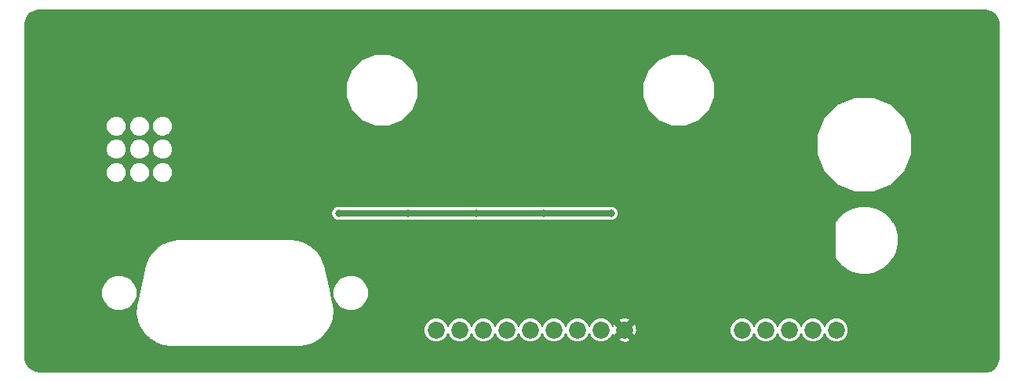
<source format=gtl>
G04 #@! TF.GenerationSoftware,KiCad,Pcbnew,5.0.2-bee76a0~70~ubuntu16.04.1*
G04 #@! TF.CreationDate,2019-12-01T15:03:48-08:00*
G04 #@! TF.ProjectId,endcap,656e6463-6170-42e6-9b69-6361645f7063,2.0*
G04 #@! TF.SameCoordinates,PX2faf080PY2faf080*
G04 #@! TF.FileFunction,Copper,L1,Top*
G04 #@! TF.FilePolarity,Positive*
%FSLAX46Y46*%
G04 Gerber Fmt 4.6, Leading zero omitted, Abs format (unit mm)*
G04 Created by KiCad (PCBNEW 5.0.2-bee76a0~70~ubuntu16.04.1) date Sun 01 Dec 2019 03:03:48 PM PST*
%MOMM*%
%LPD*%
G01*
G04 APERTURE LIST*
G04 #@! TA.AperFunction,ComponentPad*
%ADD10C,1.850000*%
G04 #@! TD*
G04 #@! TA.AperFunction,ComponentPad*
%ADD11C,4.900000*%
G04 #@! TD*
G04 #@! TA.AperFunction,ViaPad*
%ADD12C,0.800000*%
G04 #@! TD*
G04 #@! TA.AperFunction,Conductor*
%ADD13C,0.700000*%
G04 #@! TD*
G04 #@! TA.AperFunction,Conductor*
%ADD14C,0.200000*%
G04 #@! TD*
G04 APERTURE END LIST*
D10*
G04 #@! TO.P,ACC1,1*
G04 #@! TO.N,VSUP*
X44800000Y-35000000D03*
G04 #@! TO.P,ACC1,2*
G04 #@! TO.N,Net-(ACC1-Pad2)*
X47340000Y-35000000D03*
G04 #@! TO.P,ACC1,3*
G04 #@! TO.N,Net-(ACC1-Pad3)*
X49880000Y-35000000D03*
G04 #@! TO.P,ACC1,4*
G04 #@! TO.N,Net-(ACC1-Pad4)*
X52420000Y-35000000D03*
G04 #@! TO.P,ACC1,5*
G04 #@! TO.N,Net-(ACC1-Pad5)*
X54960000Y-35000000D03*
G04 #@! TO.P,ACC1,6*
G04 #@! TO.N,Net-(ACC1-Pad6)*
X57500000Y-35000000D03*
G04 #@! TO.P,ACC1,7*
G04 #@! TO.N,Net-(ACC1-Pad7)*
X60040000Y-35000000D03*
G04 #@! TO.P,ACC1,8*
G04 #@! TO.N,Net-(ACC1-Pad8)*
X62580000Y-35000000D03*
G04 #@! TO.P,ACC1,9*
G04 #@! TO.N,GNDS*
X65120000Y-35000000D03*
G04 #@! TD*
D11*
G04 #@! TO.P,MH1,1*
G04 #@! TO.N,GNDS*
X4000000Y-4000000D03*
G04 #@! TD*
G04 #@! TO.P,MH2,1*
G04 #@! TO.N,GNDS*
X102000000Y-4000000D03*
G04 #@! TD*
G04 #@! TO.P,MH3,1*
G04 #@! TO.N,GNDS*
X102000000Y-36000000D03*
G04 #@! TD*
G04 #@! TO.P,MH4,1*
G04 #@! TO.N,GNDS*
X4000000Y-36000000D03*
G04 #@! TD*
D10*
G04 #@! TO.P,ISO1,1*
G04 #@! TO.N,Net-(FB1-Pad1)*
X77820000Y-35000000D03*
G04 #@! TO.P,ISO1,2*
G04 #@! TO.N,Net-(ISO1-Pad2)*
X80360000Y-35000000D03*
G04 #@! TO.P,ISO1,3*
G04 #@! TO.N,Net-(C1-Pad2)*
X82900000Y-35000000D03*
G04 #@! TO.P,ISO1,4*
G04 #@! TO.N,Net-(ISO1-Pad4)*
X85440000Y-35000000D03*
G04 #@! TO.P,ISO1,5*
G04 #@! TO.N,Net-(ISO1-Pad5)*
X87980000Y-35000000D03*
G04 #@! TD*
D12*
G04 #@! TO.N,GNDS*
X42400000Y-17500000D03*
X49700000Y-19200000D03*
X57000000Y-19200000D03*
X64300000Y-19200000D03*
X71600000Y-19200000D03*
X33200000Y-13300000D03*
X23900000Y-10900000D03*
X23900000Y-20100000D03*
X82800000Y-19300000D03*
X65700000Y-11600000D03*
X58800000Y-9000000D03*
X61300000Y-9000000D03*
X73000000Y-30800000D03*
X40300000Y-35100000D03*
G04 #@! TO.N,Vlvds*
X49100000Y-22400000D03*
X56400000Y-22400000D03*
X63700000Y-22400000D03*
X41800000Y-22400000D03*
X34300000Y-22400000D03*
G04 #@! TD*
D13*
G04 #@! TO.N,Vlvds*
X49100000Y-22400000D02*
X41800000Y-22400000D01*
X41800000Y-22400000D02*
X34900000Y-22400000D01*
X34300000Y-22400000D02*
X34900000Y-22400000D01*
X49100000Y-22400000D02*
X56400000Y-22400000D01*
X56400000Y-22400000D02*
X63700000Y-22400000D01*
G04 #@! TD*
D14*
G04 #@! TO.N,GNDS*
G36*
X104426658Y-540949D02*
X104819014Y-719342D01*
X105145532Y-1000688D01*
X105379961Y-1362368D01*
X105508162Y-1791043D01*
X105525000Y-2017626D01*
X105525001Y-37966151D01*
X105459052Y-38426656D01*
X105280658Y-38819015D01*
X104999312Y-39145532D01*
X104637631Y-39379962D01*
X104208957Y-39508162D01*
X103982374Y-39525000D01*
X2033842Y-39525000D01*
X1573344Y-39459052D01*
X1180985Y-39280658D01*
X854468Y-38999312D01*
X620038Y-38637631D01*
X491838Y-38208957D01*
X475000Y-37982374D01*
X475000Y-33190553D01*
X12420839Y-33190553D01*
X12426264Y-33240481D01*
X12426265Y-33240498D01*
X12426267Y-33240505D01*
X12544447Y-33954377D01*
X12550791Y-33977099D01*
X12554562Y-34000382D01*
X12570583Y-34047984D01*
X12570586Y-34047996D01*
X12570587Y-34047997D01*
X12839308Y-34719846D01*
X12850379Y-34740667D01*
X12859064Y-34762604D01*
X12884935Y-34805659D01*
X12884940Y-34805668D01*
X12884943Y-34805672D01*
X13291661Y-35404140D01*
X13306950Y-35422105D01*
X13320139Y-35441658D01*
X13354648Y-35478150D01*
X13354657Y-35478161D01*
X13354662Y-35478165D01*
X13880404Y-35975334D01*
X13899189Y-35989592D01*
X13916273Y-36005862D01*
X13957813Y-36034091D01*
X13957826Y-36034101D01*
X13957833Y-36034104D01*
X14578068Y-36406780D01*
X14599482Y-36416675D01*
X14619658Y-36428894D01*
X14666298Y-36447548D01*
X14666304Y-36447551D01*
X14666307Y-36447552D01*
X15352105Y-36678348D01*
X15375142Y-36683413D01*
X15397472Y-36691015D01*
X15447037Y-36699220D01*
X16146673Y-36775225D01*
X16170679Y-36780000D01*
X30029321Y-36780000D01*
X30036696Y-36778533D01*
X30221937Y-36772388D01*
X30228577Y-36771443D01*
X30235273Y-36771747D01*
X30285159Y-36765799D01*
X30997762Y-36640148D01*
X31020416Y-36633566D01*
X31043657Y-36629552D01*
X31091102Y-36613030D01*
X31760099Y-36337289D01*
X31780810Y-36325997D01*
X31802649Y-36317085D01*
X31845425Y-36290769D01*
X31845439Y-36290761D01*
X31845445Y-36290756D01*
X32439619Y-35877794D01*
X32457422Y-35862318D01*
X32476837Y-35848925D01*
X32512967Y-35814035D01*
X32512977Y-35814026D01*
X32512981Y-35814021D01*
X33004617Y-35283103D01*
X33018678Y-35264171D01*
X33034769Y-35246915D01*
X33062564Y-35205078D01*
X33062570Y-35205070D01*
X33062572Y-35205066D01*
X33337512Y-34736441D01*
X43475000Y-34736441D01*
X43475000Y-35263559D01*
X43676719Y-35750552D01*
X44049448Y-36123281D01*
X44536441Y-36325000D01*
X45063559Y-36325000D01*
X45550552Y-36123281D01*
X45923281Y-35750552D01*
X46070000Y-35396341D01*
X46216719Y-35750552D01*
X46589448Y-36123281D01*
X47076441Y-36325000D01*
X47603559Y-36325000D01*
X48090552Y-36123281D01*
X48463281Y-35750552D01*
X48610000Y-35396341D01*
X48756719Y-35750552D01*
X49129448Y-36123281D01*
X49616441Y-36325000D01*
X50143559Y-36325000D01*
X50630552Y-36123281D01*
X51003281Y-35750552D01*
X51150000Y-35396341D01*
X51296719Y-35750552D01*
X51669448Y-36123281D01*
X52156441Y-36325000D01*
X52683559Y-36325000D01*
X53170552Y-36123281D01*
X53543281Y-35750552D01*
X53690000Y-35396341D01*
X53836719Y-35750552D01*
X54209448Y-36123281D01*
X54696441Y-36325000D01*
X55223559Y-36325000D01*
X55710552Y-36123281D01*
X56083281Y-35750552D01*
X56230000Y-35396341D01*
X56376719Y-35750552D01*
X56749448Y-36123281D01*
X57236441Y-36325000D01*
X57763559Y-36325000D01*
X58250552Y-36123281D01*
X58623281Y-35750552D01*
X58770000Y-35396341D01*
X58916719Y-35750552D01*
X59289448Y-36123281D01*
X59776441Y-36325000D01*
X60303559Y-36325000D01*
X60790552Y-36123281D01*
X61163281Y-35750552D01*
X61310000Y-35396341D01*
X61456719Y-35750552D01*
X61829448Y-36123281D01*
X62316441Y-36325000D01*
X62843559Y-36325000D01*
X63330552Y-36123281D01*
X63382953Y-36070880D01*
X64473384Y-36070880D01*
X64588459Y-36241994D01*
X65104210Y-36350865D01*
X65622365Y-36254079D01*
X65651541Y-36241994D01*
X65766616Y-36070880D01*
X65120000Y-35424264D01*
X64473384Y-36070880D01*
X63382953Y-36070880D01*
X63703281Y-35750552D01*
X63847324Y-35402802D01*
X63865921Y-35502365D01*
X63878006Y-35531541D01*
X64049120Y-35646616D01*
X64695736Y-35000000D01*
X65544264Y-35000000D01*
X66190880Y-35646616D01*
X66361994Y-35531541D01*
X66470865Y-35015790D01*
X66418686Y-34736441D01*
X76495000Y-34736441D01*
X76495000Y-35263559D01*
X76696719Y-35750552D01*
X77069448Y-36123281D01*
X77556441Y-36325000D01*
X78083559Y-36325000D01*
X78570552Y-36123281D01*
X78943281Y-35750552D01*
X79090000Y-35396341D01*
X79236719Y-35750552D01*
X79609448Y-36123281D01*
X80096441Y-36325000D01*
X80623559Y-36325000D01*
X81110552Y-36123281D01*
X81483281Y-35750552D01*
X81630000Y-35396341D01*
X81776719Y-35750552D01*
X82149448Y-36123281D01*
X82636441Y-36325000D01*
X83163559Y-36325000D01*
X83650552Y-36123281D01*
X84023281Y-35750552D01*
X84170000Y-35396341D01*
X84316719Y-35750552D01*
X84689448Y-36123281D01*
X85176441Y-36325000D01*
X85703559Y-36325000D01*
X86190552Y-36123281D01*
X86563281Y-35750552D01*
X86710000Y-35396341D01*
X86856719Y-35750552D01*
X87229448Y-36123281D01*
X87716441Y-36325000D01*
X88243559Y-36325000D01*
X88730552Y-36123281D01*
X89103281Y-35750552D01*
X89305000Y-35263559D01*
X89305000Y-34736441D01*
X89103281Y-34249448D01*
X88730552Y-33876719D01*
X88243559Y-33675000D01*
X87716441Y-33675000D01*
X87229448Y-33876719D01*
X86856719Y-34249448D01*
X86710000Y-34603659D01*
X86563281Y-34249448D01*
X86190552Y-33876719D01*
X85703559Y-33675000D01*
X85176441Y-33675000D01*
X84689448Y-33876719D01*
X84316719Y-34249448D01*
X84170000Y-34603659D01*
X84023281Y-34249448D01*
X83650552Y-33876719D01*
X83163559Y-33675000D01*
X82636441Y-33675000D01*
X82149448Y-33876719D01*
X81776719Y-34249448D01*
X81630000Y-34603659D01*
X81483281Y-34249448D01*
X81110552Y-33876719D01*
X80623559Y-33675000D01*
X80096441Y-33675000D01*
X79609448Y-33876719D01*
X79236719Y-34249448D01*
X79090000Y-34603659D01*
X78943281Y-34249448D01*
X78570552Y-33876719D01*
X78083559Y-33675000D01*
X77556441Y-33675000D01*
X77069448Y-33876719D01*
X76696719Y-34249448D01*
X76495000Y-34736441D01*
X66418686Y-34736441D01*
X66374079Y-34497635D01*
X66361994Y-34468459D01*
X66190880Y-34353384D01*
X65544264Y-35000000D01*
X64695736Y-35000000D01*
X64049120Y-34353384D01*
X63878006Y-34468459D01*
X63849646Y-34602806D01*
X63703281Y-34249448D01*
X63382953Y-33929120D01*
X64473384Y-33929120D01*
X65120000Y-34575736D01*
X65766616Y-33929120D01*
X65651541Y-33758006D01*
X65135790Y-33649135D01*
X64617635Y-33745921D01*
X64588459Y-33758006D01*
X64473384Y-33929120D01*
X63382953Y-33929120D01*
X63330552Y-33876719D01*
X62843559Y-33675000D01*
X62316441Y-33675000D01*
X61829448Y-33876719D01*
X61456719Y-34249448D01*
X61310000Y-34603659D01*
X61163281Y-34249448D01*
X60790552Y-33876719D01*
X60303559Y-33675000D01*
X59776441Y-33675000D01*
X59289448Y-33876719D01*
X58916719Y-34249448D01*
X58770000Y-34603659D01*
X58623281Y-34249448D01*
X58250552Y-33876719D01*
X57763559Y-33675000D01*
X57236441Y-33675000D01*
X56749448Y-33876719D01*
X56376719Y-34249448D01*
X56230000Y-34603659D01*
X56083281Y-34249448D01*
X55710552Y-33876719D01*
X55223559Y-33675000D01*
X54696441Y-33675000D01*
X54209448Y-33876719D01*
X53836719Y-34249448D01*
X53690000Y-34603659D01*
X53543281Y-34249448D01*
X53170552Y-33876719D01*
X52683559Y-33675000D01*
X52156441Y-33675000D01*
X51669448Y-33876719D01*
X51296719Y-34249448D01*
X51150000Y-34603659D01*
X51003281Y-34249448D01*
X50630552Y-33876719D01*
X50143559Y-33675000D01*
X49616441Y-33675000D01*
X49129448Y-33876719D01*
X48756719Y-34249448D01*
X48610000Y-34603659D01*
X48463281Y-34249448D01*
X48090552Y-33876719D01*
X47603559Y-33675000D01*
X47076441Y-33675000D01*
X46589448Y-33876719D01*
X46216719Y-34249448D01*
X46070000Y-34603659D01*
X45923281Y-34249448D01*
X45550552Y-33876719D01*
X45063559Y-33675000D01*
X44536441Y-33675000D01*
X44049448Y-33876719D01*
X43676719Y-34249448D01*
X43475000Y-34736441D01*
X33337512Y-34736441D01*
X33428734Y-34580957D01*
X33438402Y-34559444D01*
X33450411Y-34539139D01*
X33468572Y-34492316D01*
X33468579Y-34492300D01*
X33468581Y-34492291D01*
X33692181Y-33804120D01*
X33697004Y-33781036D01*
X33704373Y-33758623D01*
X33712056Y-33708990D01*
X33712059Y-33708974D01*
X33712059Y-33708966D01*
X33782669Y-32988833D01*
X33782422Y-32965245D01*
X33784806Y-32941778D01*
X33781652Y-32891657D01*
X33781652Y-32891639D01*
X33781650Y-32891631D01*
X33695974Y-32173132D01*
X33674110Y-32078424D01*
X33664107Y-32057359D01*
X33348826Y-30617094D01*
X33675000Y-30617094D01*
X33675000Y-31382906D01*
X33968064Y-32090425D01*
X34509575Y-32631936D01*
X35217094Y-32925000D01*
X35982906Y-32925000D01*
X36690425Y-32631936D01*
X37231936Y-32090425D01*
X37525000Y-31382906D01*
X37525000Y-30617094D01*
X37231936Y-29909575D01*
X36690425Y-29368064D01*
X35982906Y-29075000D01*
X35217094Y-29075000D01*
X34509575Y-29368064D01*
X33968064Y-29909575D01*
X33675000Y-30617094D01*
X33348826Y-30617094D01*
X32800113Y-28110476D01*
X32796592Y-28102416D01*
X32767239Y-27989482D01*
X32765701Y-27985427D01*
X32764986Y-27981139D01*
X32748737Y-27933600D01*
X32476484Y-27262111D01*
X32465312Y-27241336D01*
X32456526Y-27219447D01*
X32430453Y-27176514D01*
X32430448Y-27176505D01*
X32430445Y-27176501D01*
X32374028Y-27094320D01*
X87800000Y-27094320D01*
X87826109Y-27225580D01*
X87873787Y-27296936D01*
X87892017Y-27325222D01*
X87895724Y-27329767D01*
X87925568Y-27374432D01*
X87932341Y-27378958D01*
X88385693Y-27928355D01*
X88419504Y-27961087D01*
X88452826Y-27994259D01*
X88457772Y-27998134D01*
X89032968Y-28442234D01*
X89073184Y-28466658D01*
X89113034Y-28491628D01*
X89118715Y-28494310D01*
X89778007Y-28799940D01*
X89822646Y-28814851D01*
X89867026Y-28830368D01*
X89873161Y-28831725D01*
X90583781Y-28983695D01*
X90630563Y-28988340D01*
X90677329Y-28993645D01*
X90683612Y-28993609D01*
X91410242Y-28984366D01*
X91456930Y-28978526D01*
X91503669Y-28973343D01*
X91509788Y-28971916D01*
X92216313Y-28801919D01*
X92260544Y-28785882D01*
X92304977Y-28770471D01*
X92310627Y-28767723D01*
X92961931Y-28445421D01*
X93001522Y-28419976D01*
X93041424Y-28395111D01*
X93046321Y-28391183D01*
X93046326Y-28391180D01*
X93046330Y-28391176D01*
X93610040Y-27932592D01*
X93643007Y-27899011D01*
X93676411Y-27865921D01*
X93680320Y-27861002D01*
X94128425Y-27288920D01*
X94153127Y-27248879D01*
X94178377Y-27209201D01*
X94181099Y-27203538D01*
X94491324Y-26546396D01*
X94506543Y-26501870D01*
X94522372Y-26457593D01*
X94523772Y-26451467D01*
X94680700Y-25741925D01*
X94685677Y-25695130D01*
X94691303Y-25648448D01*
X94691311Y-25642165D01*
X94687140Y-24915489D01*
X94681622Y-24868718D01*
X94676769Y-24821987D01*
X94675385Y-24815858D01*
X94510324Y-24108164D01*
X94494587Y-24063796D01*
X94479496Y-24019284D01*
X94476788Y-24013614D01*
X94159041Y-23360076D01*
X94133868Y-23320301D01*
X94109287Y-23280233D01*
X94105391Y-23275304D01*
X93650749Y-22708403D01*
X93617388Y-22675191D01*
X93584543Y-22641568D01*
X93579652Y-22637625D01*
X93010713Y-22185537D01*
X92970831Y-22160547D01*
X92931345Y-22135030D01*
X92925701Y-22132268D01*
X92270740Y-21817462D01*
X92226315Y-21801930D01*
X92182154Y-21785794D01*
X92176039Y-21784352D01*
X91467610Y-21622475D01*
X91420880Y-21617175D01*
X91374211Y-21611220D01*
X91367928Y-21611168D01*
X90641240Y-21610265D01*
X90594451Y-21615454D01*
X90547668Y-21619983D01*
X90541529Y-21621324D01*
X89832701Y-21781440D01*
X89788243Y-21796860D01*
X89743606Y-21811647D01*
X89737918Y-21814315D01*
X89082176Y-22127493D01*
X89042217Y-22152393D01*
X89001990Y-22176687D01*
X88997036Y-22180548D01*
X88997032Y-22180550D01*
X88997029Y-22180553D01*
X88426972Y-22631222D01*
X88393550Y-22664329D01*
X88359676Y-22696960D01*
X88355699Y-22701824D01*
X87942812Y-23214047D01*
X87925569Y-23225568D01*
X87826110Y-23374419D01*
X87800001Y-23505679D01*
X87800000Y-27094320D01*
X32374028Y-27094320D01*
X32020355Y-26579142D01*
X32004986Y-26561255D01*
X31991701Y-26541757D01*
X31957020Y-26505428D01*
X31957011Y-26505418D01*
X31957006Y-26505414D01*
X31428207Y-26010051D01*
X31409346Y-25995874D01*
X31392193Y-25979693D01*
X31350509Y-25951650D01*
X30727670Y-25581392D01*
X30706209Y-25571598D01*
X30685977Y-25559475D01*
X30639259Y-25541044D01*
X30639243Y-25541037D01*
X30639234Y-25541035D01*
X29951426Y-25313163D01*
X29928367Y-25308207D01*
X29906001Y-25300710D01*
X29856398Y-25292738D01*
X29135692Y-25217877D01*
X29038494Y-25218334D01*
X29031084Y-25220000D01*
X17165402Y-25220000D01*
X17152912Y-25217443D01*
X17102709Y-25215542D01*
X16950520Y-25218279D01*
X16946215Y-25218825D01*
X16941885Y-25218517D01*
X16891863Y-25223184D01*
X16175297Y-25330661D01*
X16152484Y-25336659D01*
X16129144Y-25340076D01*
X16081310Y-25355370D01*
X16081292Y-25355375D01*
X16081284Y-25355379D01*
X15404520Y-25614217D01*
X15383525Y-25624975D01*
X15361466Y-25633323D01*
X15318030Y-25658533D01*
X15318015Y-25658541D01*
X15318009Y-25658546D01*
X14712613Y-26056673D01*
X14694426Y-26071681D01*
X14674666Y-26084577D01*
X14637644Y-26118538D01*
X14131858Y-26637383D01*
X14117317Y-26655948D01*
X14100788Y-26672785D01*
X14071932Y-26713892D01*
X14071922Y-26713904D01*
X14071919Y-26713911D01*
X13689349Y-27329256D01*
X13679134Y-27350510D01*
X13666606Y-27370504D01*
X13647243Y-27416862D01*
X13411138Y-28084718D01*
X13399886Y-28110476D01*
X12535292Y-32060103D01*
X12521686Y-32091098D01*
X12509278Y-32139781D01*
X12466512Y-32357765D01*
X12465940Y-32364440D01*
X12464136Y-32370900D01*
X12458711Y-32420846D01*
X12420840Y-33143450D01*
X12422156Y-33166997D01*
X12420839Y-33190553D01*
X475000Y-33190553D01*
X475000Y-30617094D01*
X8675000Y-30617094D01*
X8675000Y-31382906D01*
X8968064Y-32090425D01*
X9509575Y-32631936D01*
X10217094Y-32925000D01*
X10982906Y-32925000D01*
X11690425Y-32631936D01*
X12231936Y-32090425D01*
X12525000Y-31382906D01*
X12525000Y-30617094D01*
X12231936Y-29909575D01*
X11690425Y-29368064D01*
X10982906Y-29075000D01*
X10217094Y-29075000D01*
X9509575Y-29368064D01*
X8968064Y-29909575D01*
X8675000Y-30617094D01*
X475000Y-30617094D01*
X475000Y-22240870D01*
X33500000Y-22240870D01*
X33500000Y-22559130D01*
X33621793Y-22853164D01*
X33846836Y-23078207D01*
X34140870Y-23200000D01*
X34459130Y-23200000D01*
X34579841Y-23150000D01*
X41520159Y-23150000D01*
X41640870Y-23200000D01*
X41959130Y-23200000D01*
X42079841Y-23150000D01*
X48820159Y-23150000D01*
X48940870Y-23200000D01*
X49259130Y-23200000D01*
X49379841Y-23150000D01*
X56120159Y-23150000D01*
X56240870Y-23200000D01*
X56559130Y-23200000D01*
X56679841Y-23150000D01*
X63420159Y-23150000D01*
X63540870Y-23200000D01*
X63859130Y-23200000D01*
X64153164Y-23078207D01*
X64378207Y-22853164D01*
X64500000Y-22559130D01*
X64500000Y-22240870D01*
X64378207Y-21946836D01*
X64153164Y-21721793D01*
X63859130Y-21600000D01*
X63540870Y-21600000D01*
X63420159Y-21650000D01*
X56679841Y-21650000D01*
X56559130Y-21600000D01*
X56240870Y-21600000D01*
X56120159Y-21650000D01*
X49379841Y-21650000D01*
X49259130Y-21600000D01*
X48940870Y-21600000D01*
X48820159Y-21650000D01*
X42079841Y-21650000D01*
X41959130Y-21600000D01*
X41640870Y-21600000D01*
X41520159Y-21650000D01*
X34579841Y-21650000D01*
X34459130Y-21600000D01*
X34140870Y-21600000D01*
X33846836Y-21721793D01*
X33621793Y-21946836D01*
X33500000Y-22240870D01*
X475000Y-22240870D01*
X475000Y-17781196D01*
X9200000Y-17781196D01*
X9200000Y-18218804D01*
X9367465Y-18623100D01*
X9676900Y-18932535D01*
X10081196Y-19100000D01*
X10518804Y-19100000D01*
X10923100Y-18932535D01*
X11232535Y-18623100D01*
X11400000Y-18218804D01*
X11400000Y-17781196D01*
X11700000Y-17781196D01*
X11700000Y-18218804D01*
X11867465Y-18623100D01*
X12176900Y-18932535D01*
X12581196Y-19100000D01*
X13018804Y-19100000D01*
X13423100Y-18932535D01*
X13732535Y-18623100D01*
X13900000Y-18218804D01*
X13900000Y-17781196D01*
X14200000Y-17781196D01*
X14200000Y-18218804D01*
X14367465Y-18623100D01*
X14676900Y-18932535D01*
X15081196Y-19100000D01*
X15518804Y-19100000D01*
X15923100Y-18932535D01*
X16232535Y-18623100D01*
X16400000Y-18218804D01*
X16400000Y-17781196D01*
X16232535Y-17376900D01*
X15923100Y-17067465D01*
X15518804Y-16900000D01*
X15081196Y-16900000D01*
X14676900Y-17067465D01*
X14367465Y-17376900D01*
X14200000Y-17781196D01*
X13900000Y-17781196D01*
X13732535Y-17376900D01*
X13423100Y-17067465D01*
X13018804Y-16900000D01*
X12581196Y-16900000D01*
X12176900Y-17067465D01*
X11867465Y-17376900D01*
X11700000Y-17781196D01*
X11400000Y-17781196D01*
X11232535Y-17376900D01*
X10923100Y-17067465D01*
X10518804Y-16900000D01*
X10081196Y-16900000D01*
X9676900Y-17067465D01*
X9367465Y-17376900D01*
X9200000Y-17781196D01*
X475000Y-17781196D01*
X475000Y-15281196D01*
X9200000Y-15281196D01*
X9200000Y-15718804D01*
X9367465Y-16123100D01*
X9676900Y-16432535D01*
X10081196Y-16600000D01*
X10518804Y-16600000D01*
X10923100Y-16432535D01*
X11232535Y-16123100D01*
X11400000Y-15718804D01*
X11400000Y-15281196D01*
X11700000Y-15281196D01*
X11700000Y-15718804D01*
X11867465Y-16123100D01*
X12176900Y-16432535D01*
X12581196Y-16600000D01*
X13018804Y-16600000D01*
X13423100Y-16432535D01*
X13732535Y-16123100D01*
X13900000Y-15718804D01*
X13900000Y-15281196D01*
X14200000Y-15281196D01*
X14200000Y-15718804D01*
X14367465Y-16123100D01*
X14676900Y-16432535D01*
X15081196Y-16600000D01*
X15518804Y-16600000D01*
X15923100Y-16432535D01*
X16232535Y-16123100D01*
X16400000Y-15718804D01*
X16400000Y-15281196D01*
X16232535Y-14876900D01*
X15923100Y-14567465D01*
X15518804Y-14400000D01*
X15081196Y-14400000D01*
X14676900Y-14567465D01*
X14367465Y-14876900D01*
X14200000Y-15281196D01*
X13900000Y-15281196D01*
X13732535Y-14876900D01*
X13423100Y-14567465D01*
X13018804Y-14400000D01*
X12581196Y-14400000D01*
X12176900Y-14567465D01*
X11867465Y-14876900D01*
X11700000Y-15281196D01*
X11400000Y-15281196D01*
X11232535Y-14876900D01*
X10923100Y-14567465D01*
X10518804Y-14400000D01*
X10081196Y-14400000D01*
X9676900Y-14567465D01*
X9367465Y-14876900D01*
X9200000Y-15281196D01*
X475000Y-15281196D01*
X475000Y-12781196D01*
X9200000Y-12781196D01*
X9200000Y-13218804D01*
X9367465Y-13623100D01*
X9676900Y-13932535D01*
X10081196Y-14100000D01*
X10518804Y-14100000D01*
X10923100Y-13932535D01*
X11232535Y-13623100D01*
X11400000Y-13218804D01*
X11400000Y-12781196D01*
X11700000Y-12781196D01*
X11700000Y-13218804D01*
X11867465Y-13623100D01*
X12176900Y-13932535D01*
X12581196Y-14100000D01*
X13018804Y-14100000D01*
X13423100Y-13932535D01*
X13732535Y-13623100D01*
X13900000Y-13218804D01*
X13900000Y-12781196D01*
X14200000Y-12781196D01*
X14200000Y-13218804D01*
X14367465Y-13623100D01*
X14676900Y-13932535D01*
X15081196Y-14100000D01*
X15518804Y-14100000D01*
X15819129Y-13975601D01*
X85850000Y-13975601D01*
X85850000Y-16024399D01*
X86634041Y-17917240D01*
X88082760Y-19365959D01*
X89975601Y-20150000D01*
X92024399Y-20150000D01*
X93917240Y-19365959D01*
X95365959Y-17917240D01*
X96150000Y-16024399D01*
X96150000Y-13975601D01*
X95365959Y-12082760D01*
X93917240Y-10634041D01*
X92024399Y-9850000D01*
X89975601Y-9850000D01*
X88082760Y-10634041D01*
X86634041Y-12082760D01*
X85850000Y-13975601D01*
X15819129Y-13975601D01*
X15923100Y-13932535D01*
X16232535Y-13623100D01*
X16400000Y-13218804D01*
X16400000Y-12781196D01*
X16232535Y-12376900D01*
X15923100Y-12067465D01*
X15518804Y-11900000D01*
X15081196Y-11900000D01*
X14676900Y-12067465D01*
X14367465Y-12376900D01*
X14200000Y-12781196D01*
X13900000Y-12781196D01*
X13732535Y-12376900D01*
X13423100Y-12067465D01*
X13018804Y-11900000D01*
X12581196Y-11900000D01*
X12176900Y-12067465D01*
X11867465Y-12376900D01*
X11700000Y-12781196D01*
X11400000Y-12781196D01*
X11232535Y-12376900D01*
X10923100Y-12067465D01*
X10518804Y-11900000D01*
X10081196Y-11900000D01*
X9676900Y-12067465D01*
X9367465Y-12376900D01*
X9200000Y-12781196D01*
X475000Y-12781196D01*
X475000Y-8359242D01*
X35100000Y-8359242D01*
X35100000Y-9910758D01*
X35693739Y-11344173D01*
X36790827Y-12441261D01*
X38224242Y-13035000D01*
X39775758Y-13035000D01*
X41209173Y-12441261D01*
X42306261Y-11344173D01*
X42900000Y-9910758D01*
X42900000Y-8359242D01*
X67100000Y-8359242D01*
X67100000Y-9910758D01*
X67693739Y-11344173D01*
X68790827Y-12441261D01*
X70224242Y-13035000D01*
X71775758Y-13035000D01*
X73209173Y-12441261D01*
X74306261Y-11344173D01*
X74900000Y-9910758D01*
X74900000Y-8359242D01*
X74306261Y-6925827D01*
X73209173Y-5828739D01*
X71775758Y-5235000D01*
X70224242Y-5235000D01*
X68790827Y-5828739D01*
X67693739Y-6925827D01*
X67100000Y-8359242D01*
X42900000Y-8359242D01*
X42306261Y-6925827D01*
X41209173Y-5828739D01*
X39775758Y-5235000D01*
X38224242Y-5235000D01*
X36790827Y-5828739D01*
X35693739Y-6925827D01*
X35100000Y-8359242D01*
X475000Y-8359242D01*
X475000Y-2033842D01*
X540949Y-1573342D01*
X719342Y-1180986D01*
X1000688Y-854468D01*
X1362368Y-620039D01*
X1791043Y-491838D01*
X2017626Y-475000D01*
X103966158Y-475000D01*
X104426658Y-540949D01*
X104426658Y-540949D01*
G37*
X104426658Y-540949D02*
X104819014Y-719342D01*
X105145532Y-1000688D01*
X105379961Y-1362368D01*
X105508162Y-1791043D01*
X105525000Y-2017626D01*
X105525001Y-37966151D01*
X105459052Y-38426656D01*
X105280658Y-38819015D01*
X104999312Y-39145532D01*
X104637631Y-39379962D01*
X104208957Y-39508162D01*
X103982374Y-39525000D01*
X2033842Y-39525000D01*
X1573344Y-39459052D01*
X1180985Y-39280658D01*
X854468Y-38999312D01*
X620038Y-38637631D01*
X491838Y-38208957D01*
X475000Y-37982374D01*
X475000Y-33190553D01*
X12420839Y-33190553D01*
X12426264Y-33240481D01*
X12426265Y-33240498D01*
X12426267Y-33240505D01*
X12544447Y-33954377D01*
X12550791Y-33977099D01*
X12554562Y-34000382D01*
X12570583Y-34047984D01*
X12570586Y-34047996D01*
X12570587Y-34047997D01*
X12839308Y-34719846D01*
X12850379Y-34740667D01*
X12859064Y-34762604D01*
X12884935Y-34805659D01*
X12884940Y-34805668D01*
X12884943Y-34805672D01*
X13291661Y-35404140D01*
X13306950Y-35422105D01*
X13320139Y-35441658D01*
X13354648Y-35478150D01*
X13354657Y-35478161D01*
X13354662Y-35478165D01*
X13880404Y-35975334D01*
X13899189Y-35989592D01*
X13916273Y-36005862D01*
X13957813Y-36034091D01*
X13957826Y-36034101D01*
X13957833Y-36034104D01*
X14578068Y-36406780D01*
X14599482Y-36416675D01*
X14619658Y-36428894D01*
X14666298Y-36447548D01*
X14666304Y-36447551D01*
X14666307Y-36447552D01*
X15352105Y-36678348D01*
X15375142Y-36683413D01*
X15397472Y-36691015D01*
X15447037Y-36699220D01*
X16146673Y-36775225D01*
X16170679Y-36780000D01*
X30029321Y-36780000D01*
X30036696Y-36778533D01*
X30221937Y-36772388D01*
X30228577Y-36771443D01*
X30235273Y-36771747D01*
X30285159Y-36765799D01*
X30997762Y-36640148D01*
X31020416Y-36633566D01*
X31043657Y-36629552D01*
X31091102Y-36613030D01*
X31760099Y-36337289D01*
X31780810Y-36325997D01*
X31802649Y-36317085D01*
X31845425Y-36290769D01*
X31845439Y-36290761D01*
X31845445Y-36290756D01*
X32439619Y-35877794D01*
X32457422Y-35862318D01*
X32476837Y-35848925D01*
X32512967Y-35814035D01*
X32512977Y-35814026D01*
X32512981Y-35814021D01*
X33004617Y-35283103D01*
X33018678Y-35264171D01*
X33034769Y-35246915D01*
X33062564Y-35205078D01*
X33062570Y-35205070D01*
X33062572Y-35205066D01*
X33337512Y-34736441D01*
X43475000Y-34736441D01*
X43475000Y-35263559D01*
X43676719Y-35750552D01*
X44049448Y-36123281D01*
X44536441Y-36325000D01*
X45063559Y-36325000D01*
X45550552Y-36123281D01*
X45923281Y-35750552D01*
X46070000Y-35396341D01*
X46216719Y-35750552D01*
X46589448Y-36123281D01*
X47076441Y-36325000D01*
X47603559Y-36325000D01*
X48090552Y-36123281D01*
X48463281Y-35750552D01*
X48610000Y-35396341D01*
X48756719Y-35750552D01*
X49129448Y-36123281D01*
X49616441Y-36325000D01*
X50143559Y-36325000D01*
X50630552Y-36123281D01*
X51003281Y-35750552D01*
X51150000Y-35396341D01*
X51296719Y-35750552D01*
X51669448Y-36123281D01*
X52156441Y-36325000D01*
X52683559Y-36325000D01*
X53170552Y-36123281D01*
X53543281Y-35750552D01*
X53690000Y-35396341D01*
X53836719Y-35750552D01*
X54209448Y-36123281D01*
X54696441Y-36325000D01*
X55223559Y-36325000D01*
X55710552Y-36123281D01*
X56083281Y-35750552D01*
X56230000Y-35396341D01*
X56376719Y-35750552D01*
X56749448Y-36123281D01*
X57236441Y-36325000D01*
X57763559Y-36325000D01*
X58250552Y-36123281D01*
X58623281Y-35750552D01*
X58770000Y-35396341D01*
X58916719Y-35750552D01*
X59289448Y-36123281D01*
X59776441Y-36325000D01*
X60303559Y-36325000D01*
X60790552Y-36123281D01*
X61163281Y-35750552D01*
X61310000Y-35396341D01*
X61456719Y-35750552D01*
X61829448Y-36123281D01*
X62316441Y-36325000D01*
X62843559Y-36325000D01*
X63330552Y-36123281D01*
X63382953Y-36070880D01*
X64473384Y-36070880D01*
X64588459Y-36241994D01*
X65104210Y-36350865D01*
X65622365Y-36254079D01*
X65651541Y-36241994D01*
X65766616Y-36070880D01*
X65120000Y-35424264D01*
X64473384Y-36070880D01*
X63382953Y-36070880D01*
X63703281Y-35750552D01*
X63847324Y-35402802D01*
X63865921Y-35502365D01*
X63878006Y-35531541D01*
X64049120Y-35646616D01*
X64695736Y-35000000D01*
X65544264Y-35000000D01*
X66190880Y-35646616D01*
X66361994Y-35531541D01*
X66470865Y-35015790D01*
X66418686Y-34736441D01*
X76495000Y-34736441D01*
X76495000Y-35263559D01*
X76696719Y-35750552D01*
X77069448Y-36123281D01*
X77556441Y-36325000D01*
X78083559Y-36325000D01*
X78570552Y-36123281D01*
X78943281Y-35750552D01*
X79090000Y-35396341D01*
X79236719Y-35750552D01*
X79609448Y-36123281D01*
X80096441Y-36325000D01*
X80623559Y-36325000D01*
X81110552Y-36123281D01*
X81483281Y-35750552D01*
X81630000Y-35396341D01*
X81776719Y-35750552D01*
X82149448Y-36123281D01*
X82636441Y-36325000D01*
X83163559Y-36325000D01*
X83650552Y-36123281D01*
X84023281Y-35750552D01*
X84170000Y-35396341D01*
X84316719Y-35750552D01*
X84689448Y-36123281D01*
X85176441Y-36325000D01*
X85703559Y-36325000D01*
X86190552Y-36123281D01*
X86563281Y-35750552D01*
X86710000Y-35396341D01*
X86856719Y-35750552D01*
X87229448Y-36123281D01*
X87716441Y-36325000D01*
X88243559Y-36325000D01*
X88730552Y-36123281D01*
X89103281Y-35750552D01*
X89305000Y-35263559D01*
X89305000Y-34736441D01*
X89103281Y-34249448D01*
X88730552Y-33876719D01*
X88243559Y-33675000D01*
X87716441Y-33675000D01*
X87229448Y-33876719D01*
X86856719Y-34249448D01*
X86710000Y-34603659D01*
X86563281Y-34249448D01*
X86190552Y-33876719D01*
X85703559Y-33675000D01*
X85176441Y-33675000D01*
X84689448Y-33876719D01*
X84316719Y-34249448D01*
X84170000Y-34603659D01*
X84023281Y-34249448D01*
X83650552Y-33876719D01*
X83163559Y-33675000D01*
X82636441Y-33675000D01*
X82149448Y-33876719D01*
X81776719Y-34249448D01*
X81630000Y-34603659D01*
X81483281Y-34249448D01*
X81110552Y-33876719D01*
X80623559Y-33675000D01*
X80096441Y-33675000D01*
X79609448Y-33876719D01*
X79236719Y-34249448D01*
X79090000Y-34603659D01*
X78943281Y-34249448D01*
X78570552Y-33876719D01*
X78083559Y-33675000D01*
X77556441Y-33675000D01*
X77069448Y-33876719D01*
X76696719Y-34249448D01*
X76495000Y-34736441D01*
X66418686Y-34736441D01*
X66374079Y-34497635D01*
X66361994Y-34468459D01*
X66190880Y-34353384D01*
X65544264Y-35000000D01*
X64695736Y-35000000D01*
X64049120Y-34353384D01*
X63878006Y-34468459D01*
X63849646Y-34602806D01*
X63703281Y-34249448D01*
X63382953Y-33929120D01*
X64473384Y-33929120D01*
X65120000Y-34575736D01*
X65766616Y-33929120D01*
X65651541Y-33758006D01*
X65135790Y-33649135D01*
X64617635Y-33745921D01*
X64588459Y-33758006D01*
X64473384Y-33929120D01*
X63382953Y-33929120D01*
X63330552Y-33876719D01*
X62843559Y-33675000D01*
X62316441Y-33675000D01*
X61829448Y-33876719D01*
X61456719Y-34249448D01*
X61310000Y-34603659D01*
X61163281Y-34249448D01*
X60790552Y-33876719D01*
X60303559Y-33675000D01*
X59776441Y-33675000D01*
X59289448Y-33876719D01*
X58916719Y-34249448D01*
X58770000Y-34603659D01*
X58623281Y-34249448D01*
X58250552Y-33876719D01*
X57763559Y-33675000D01*
X57236441Y-33675000D01*
X56749448Y-33876719D01*
X56376719Y-34249448D01*
X56230000Y-34603659D01*
X56083281Y-34249448D01*
X55710552Y-33876719D01*
X55223559Y-33675000D01*
X54696441Y-33675000D01*
X54209448Y-33876719D01*
X53836719Y-34249448D01*
X53690000Y-34603659D01*
X53543281Y-34249448D01*
X53170552Y-33876719D01*
X52683559Y-33675000D01*
X52156441Y-33675000D01*
X51669448Y-33876719D01*
X51296719Y-34249448D01*
X51150000Y-34603659D01*
X51003281Y-34249448D01*
X50630552Y-33876719D01*
X50143559Y-33675000D01*
X49616441Y-33675000D01*
X49129448Y-33876719D01*
X48756719Y-34249448D01*
X48610000Y-34603659D01*
X48463281Y-34249448D01*
X48090552Y-33876719D01*
X47603559Y-33675000D01*
X47076441Y-33675000D01*
X46589448Y-33876719D01*
X46216719Y-34249448D01*
X46070000Y-34603659D01*
X45923281Y-34249448D01*
X45550552Y-33876719D01*
X45063559Y-33675000D01*
X44536441Y-33675000D01*
X44049448Y-33876719D01*
X43676719Y-34249448D01*
X43475000Y-34736441D01*
X33337512Y-34736441D01*
X33428734Y-34580957D01*
X33438402Y-34559444D01*
X33450411Y-34539139D01*
X33468572Y-34492316D01*
X33468579Y-34492300D01*
X33468581Y-34492291D01*
X33692181Y-33804120D01*
X33697004Y-33781036D01*
X33704373Y-33758623D01*
X33712056Y-33708990D01*
X33712059Y-33708974D01*
X33712059Y-33708966D01*
X33782669Y-32988833D01*
X33782422Y-32965245D01*
X33784806Y-32941778D01*
X33781652Y-32891657D01*
X33781652Y-32891639D01*
X33781650Y-32891631D01*
X33695974Y-32173132D01*
X33674110Y-32078424D01*
X33664107Y-32057359D01*
X33348826Y-30617094D01*
X33675000Y-30617094D01*
X33675000Y-31382906D01*
X33968064Y-32090425D01*
X34509575Y-32631936D01*
X35217094Y-32925000D01*
X35982906Y-32925000D01*
X36690425Y-32631936D01*
X37231936Y-32090425D01*
X37525000Y-31382906D01*
X37525000Y-30617094D01*
X37231936Y-29909575D01*
X36690425Y-29368064D01*
X35982906Y-29075000D01*
X35217094Y-29075000D01*
X34509575Y-29368064D01*
X33968064Y-29909575D01*
X33675000Y-30617094D01*
X33348826Y-30617094D01*
X32800113Y-28110476D01*
X32796592Y-28102416D01*
X32767239Y-27989482D01*
X32765701Y-27985427D01*
X32764986Y-27981139D01*
X32748737Y-27933600D01*
X32476484Y-27262111D01*
X32465312Y-27241336D01*
X32456526Y-27219447D01*
X32430453Y-27176514D01*
X32430448Y-27176505D01*
X32430445Y-27176501D01*
X32374028Y-27094320D01*
X87800000Y-27094320D01*
X87826109Y-27225580D01*
X87873787Y-27296936D01*
X87892017Y-27325222D01*
X87895724Y-27329767D01*
X87925568Y-27374432D01*
X87932341Y-27378958D01*
X88385693Y-27928355D01*
X88419504Y-27961087D01*
X88452826Y-27994259D01*
X88457772Y-27998134D01*
X89032968Y-28442234D01*
X89073184Y-28466658D01*
X89113034Y-28491628D01*
X89118715Y-28494310D01*
X89778007Y-28799940D01*
X89822646Y-28814851D01*
X89867026Y-28830368D01*
X89873161Y-28831725D01*
X90583781Y-28983695D01*
X90630563Y-28988340D01*
X90677329Y-28993645D01*
X90683612Y-28993609D01*
X91410242Y-28984366D01*
X91456930Y-28978526D01*
X91503669Y-28973343D01*
X91509788Y-28971916D01*
X92216313Y-28801919D01*
X92260544Y-28785882D01*
X92304977Y-28770471D01*
X92310627Y-28767723D01*
X92961931Y-28445421D01*
X93001522Y-28419976D01*
X93041424Y-28395111D01*
X93046321Y-28391183D01*
X93046326Y-28391180D01*
X93046330Y-28391176D01*
X93610040Y-27932592D01*
X93643007Y-27899011D01*
X93676411Y-27865921D01*
X93680320Y-27861002D01*
X94128425Y-27288920D01*
X94153127Y-27248879D01*
X94178377Y-27209201D01*
X94181099Y-27203538D01*
X94491324Y-26546396D01*
X94506543Y-26501870D01*
X94522372Y-26457593D01*
X94523772Y-26451467D01*
X94680700Y-25741925D01*
X94685677Y-25695130D01*
X94691303Y-25648448D01*
X94691311Y-25642165D01*
X94687140Y-24915489D01*
X94681622Y-24868718D01*
X94676769Y-24821987D01*
X94675385Y-24815858D01*
X94510324Y-24108164D01*
X94494587Y-24063796D01*
X94479496Y-24019284D01*
X94476788Y-24013614D01*
X94159041Y-23360076D01*
X94133868Y-23320301D01*
X94109287Y-23280233D01*
X94105391Y-23275304D01*
X93650749Y-22708403D01*
X93617388Y-22675191D01*
X93584543Y-22641568D01*
X93579652Y-22637625D01*
X93010713Y-22185537D01*
X92970831Y-22160547D01*
X92931345Y-22135030D01*
X92925701Y-22132268D01*
X92270740Y-21817462D01*
X92226315Y-21801930D01*
X92182154Y-21785794D01*
X92176039Y-21784352D01*
X91467610Y-21622475D01*
X91420880Y-21617175D01*
X91374211Y-21611220D01*
X91367928Y-21611168D01*
X90641240Y-21610265D01*
X90594451Y-21615454D01*
X90547668Y-21619983D01*
X90541529Y-21621324D01*
X89832701Y-21781440D01*
X89788243Y-21796860D01*
X89743606Y-21811647D01*
X89737918Y-21814315D01*
X89082176Y-22127493D01*
X89042217Y-22152393D01*
X89001990Y-22176687D01*
X88997036Y-22180548D01*
X88997032Y-22180550D01*
X88997029Y-22180553D01*
X88426972Y-22631222D01*
X88393550Y-22664329D01*
X88359676Y-22696960D01*
X88355699Y-22701824D01*
X87942812Y-23214047D01*
X87925569Y-23225568D01*
X87826110Y-23374419D01*
X87800001Y-23505679D01*
X87800000Y-27094320D01*
X32374028Y-27094320D01*
X32020355Y-26579142D01*
X32004986Y-26561255D01*
X31991701Y-26541757D01*
X31957020Y-26505428D01*
X31957011Y-26505418D01*
X31957006Y-26505414D01*
X31428207Y-26010051D01*
X31409346Y-25995874D01*
X31392193Y-25979693D01*
X31350509Y-25951650D01*
X30727670Y-25581392D01*
X30706209Y-25571598D01*
X30685977Y-25559475D01*
X30639259Y-25541044D01*
X30639243Y-25541037D01*
X30639234Y-25541035D01*
X29951426Y-25313163D01*
X29928367Y-25308207D01*
X29906001Y-25300710D01*
X29856398Y-25292738D01*
X29135692Y-25217877D01*
X29038494Y-25218334D01*
X29031084Y-25220000D01*
X17165402Y-25220000D01*
X17152912Y-25217443D01*
X17102709Y-25215542D01*
X16950520Y-25218279D01*
X16946215Y-25218825D01*
X16941885Y-25218517D01*
X16891863Y-25223184D01*
X16175297Y-25330661D01*
X16152484Y-25336659D01*
X16129144Y-25340076D01*
X16081310Y-25355370D01*
X16081292Y-25355375D01*
X16081284Y-25355379D01*
X15404520Y-25614217D01*
X15383525Y-25624975D01*
X15361466Y-25633323D01*
X15318030Y-25658533D01*
X15318015Y-25658541D01*
X15318009Y-25658546D01*
X14712613Y-26056673D01*
X14694426Y-26071681D01*
X14674666Y-26084577D01*
X14637644Y-26118538D01*
X14131858Y-26637383D01*
X14117317Y-26655948D01*
X14100788Y-26672785D01*
X14071932Y-26713892D01*
X14071922Y-26713904D01*
X14071919Y-26713911D01*
X13689349Y-27329256D01*
X13679134Y-27350510D01*
X13666606Y-27370504D01*
X13647243Y-27416862D01*
X13411138Y-28084718D01*
X13399886Y-28110476D01*
X12535292Y-32060103D01*
X12521686Y-32091098D01*
X12509278Y-32139781D01*
X12466512Y-32357765D01*
X12465940Y-32364440D01*
X12464136Y-32370900D01*
X12458711Y-32420846D01*
X12420840Y-33143450D01*
X12422156Y-33166997D01*
X12420839Y-33190553D01*
X475000Y-33190553D01*
X475000Y-30617094D01*
X8675000Y-30617094D01*
X8675000Y-31382906D01*
X8968064Y-32090425D01*
X9509575Y-32631936D01*
X10217094Y-32925000D01*
X10982906Y-32925000D01*
X11690425Y-32631936D01*
X12231936Y-32090425D01*
X12525000Y-31382906D01*
X12525000Y-30617094D01*
X12231936Y-29909575D01*
X11690425Y-29368064D01*
X10982906Y-29075000D01*
X10217094Y-29075000D01*
X9509575Y-29368064D01*
X8968064Y-29909575D01*
X8675000Y-30617094D01*
X475000Y-30617094D01*
X475000Y-22240870D01*
X33500000Y-22240870D01*
X33500000Y-22559130D01*
X33621793Y-22853164D01*
X33846836Y-23078207D01*
X34140870Y-23200000D01*
X34459130Y-23200000D01*
X34579841Y-23150000D01*
X41520159Y-23150000D01*
X41640870Y-23200000D01*
X41959130Y-23200000D01*
X42079841Y-23150000D01*
X48820159Y-23150000D01*
X48940870Y-23200000D01*
X49259130Y-23200000D01*
X49379841Y-23150000D01*
X56120159Y-23150000D01*
X56240870Y-23200000D01*
X56559130Y-23200000D01*
X56679841Y-23150000D01*
X63420159Y-23150000D01*
X63540870Y-23200000D01*
X63859130Y-23200000D01*
X64153164Y-23078207D01*
X64378207Y-22853164D01*
X64500000Y-22559130D01*
X64500000Y-22240870D01*
X64378207Y-21946836D01*
X64153164Y-21721793D01*
X63859130Y-21600000D01*
X63540870Y-21600000D01*
X63420159Y-21650000D01*
X56679841Y-21650000D01*
X56559130Y-21600000D01*
X56240870Y-21600000D01*
X56120159Y-21650000D01*
X49379841Y-21650000D01*
X49259130Y-21600000D01*
X48940870Y-21600000D01*
X48820159Y-21650000D01*
X42079841Y-21650000D01*
X41959130Y-21600000D01*
X41640870Y-21600000D01*
X41520159Y-21650000D01*
X34579841Y-21650000D01*
X34459130Y-21600000D01*
X34140870Y-21600000D01*
X33846836Y-21721793D01*
X33621793Y-21946836D01*
X33500000Y-22240870D01*
X475000Y-22240870D01*
X475000Y-17781196D01*
X9200000Y-17781196D01*
X9200000Y-18218804D01*
X9367465Y-18623100D01*
X9676900Y-18932535D01*
X10081196Y-19100000D01*
X10518804Y-19100000D01*
X10923100Y-18932535D01*
X11232535Y-18623100D01*
X11400000Y-18218804D01*
X11400000Y-17781196D01*
X11700000Y-17781196D01*
X11700000Y-18218804D01*
X11867465Y-18623100D01*
X12176900Y-18932535D01*
X12581196Y-19100000D01*
X13018804Y-19100000D01*
X13423100Y-18932535D01*
X13732535Y-18623100D01*
X13900000Y-18218804D01*
X13900000Y-17781196D01*
X14200000Y-17781196D01*
X14200000Y-18218804D01*
X14367465Y-18623100D01*
X14676900Y-18932535D01*
X15081196Y-19100000D01*
X15518804Y-19100000D01*
X15923100Y-18932535D01*
X16232535Y-18623100D01*
X16400000Y-18218804D01*
X16400000Y-17781196D01*
X16232535Y-17376900D01*
X15923100Y-17067465D01*
X15518804Y-16900000D01*
X15081196Y-16900000D01*
X14676900Y-17067465D01*
X14367465Y-17376900D01*
X14200000Y-17781196D01*
X13900000Y-17781196D01*
X13732535Y-17376900D01*
X13423100Y-17067465D01*
X13018804Y-16900000D01*
X12581196Y-16900000D01*
X12176900Y-17067465D01*
X11867465Y-17376900D01*
X11700000Y-17781196D01*
X11400000Y-17781196D01*
X11232535Y-17376900D01*
X10923100Y-17067465D01*
X10518804Y-16900000D01*
X10081196Y-16900000D01*
X9676900Y-17067465D01*
X9367465Y-17376900D01*
X9200000Y-17781196D01*
X475000Y-17781196D01*
X475000Y-15281196D01*
X9200000Y-15281196D01*
X9200000Y-15718804D01*
X9367465Y-16123100D01*
X9676900Y-16432535D01*
X10081196Y-16600000D01*
X10518804Y-16600000D01*
X10923100Y-16432535D01*
X11232535Y-16123100D01*
X11400000Y-15718804D01*
X11400000Y-15281196D01*
X11700000Y-15281196D01*
X11700000Y-15718804D01*
X11867465Y-16123100D01*
X12176900Y-16432535D01*
X12581196Y-16600000D01*
X13018804Y-16600000D01*
X13423100Y-16432535D01*
X13732535Y-16123100D01*
X13900000Y-15718804D01*
X13900000Y-15281196D01*
X14200000Y-15281196D01*
X14200000Y-15718804D01*
X14367465Y-16123100D01*
X14676900Y-16432535D01*
X15081196Y-16600000D01*
X15518804Y-16600000D01*
X15923100Y-16432535D01*
X16232535Y-16123100D01*
X16400000Y-15718804D01*
X16400000Y-15281196D01*
X16232535Y-14876900D01*
X15923100Y-14567465D01*
X15518804Y-14400000D01*
X15081196Y-14400000D01*
X14676900Y-14567465D01*
X14367465Y-14876900D01*
X14200000Y-15281196D01*
X13900000Y-15281196D01*
X13732535Y-14876900D01*
X13423100Y-14567465D01*
X13018804Y-14400000D01*
X12581196Y-14400000D01*
X12176900Y-14567465D01*
X11867465Y-14876900D01*
X11700000Y-15281196D01*
X11400000Y-15281196D01*
X11232535Y-14876900D01*
X10923100Y-14567465D01*
X10518804Y-14400000D01*
X10081196Y-14400000D01*
X9676900Y-14567465D01*
X9367465Y-14876900D01*
X9200000Y-15281196D01*
X475000Y-15281196D01*
X475000Y-12781196D01*
X9200000Y-12781196D01*
X9200000Y-13218804D01*
X9367465Y-13623100D01*
X9676900Y-13932535D01*
X10081196Y-14100000D01*
X10518804Y-14100000D01*
X10923100Y-13932535D01*
X11232535Y-13623100D01*
X11400000Y-13218804D01*
X11400000Y-12781196D01*
X11700000Y-12781196D01*
X11700000Y-13218804D01*
X11867465Y-13623100D01*
X12176900Y-13932535D01*
X12581196Y-14100000D01*
X13018804Y-14100000D01*
X13423100Y-13932535D01*
X13732535Y-13623100D01*
X13900000Y-13218804D01*
X13900000Y-12781196D01*
X14200000Y-12781196D01*
X14200000Y-13218804D01*
X14367465Y-13623100D01*
X14676900Y-13932535D01*
X15081196Y-14100000D01*
X15518804Y-14100000D01*
X15819129Y-13975601D01*
X85850000Y-13975601D01*
X85850000Y-16024399D01*
X86634041Y-17917240D01*
X88082760Y-19365959D01*
X89975601Y-20150000D01*
X92024399Y-20150000D01*
X93917240Y-19365959D01*
X95365959Y-17917240D01*
X96150000Y-16024399D01*
X96150000Y-13975601D01*
X95365959Y-12082760D01*
X93917240Y-10634041D01*
X92024399Y-9850000D01*
X89975601Y-9850000D01*
X88082760Y-10634041D01*
X86634041Y-12082760D01*
X85850000Y-13975601D01*
X15819129Y-13975601D01*
X15923100Y-13932535D01*
X16232535Y-13623100D01*
X16400000Y-13218804D01*
X16400000Y-12781196D01*
X16232535Y-12376900D01*
X15923100Y-12067465D01*
X15518804Y-11900000D01*
X15081196Y-11900000D01*
X14676900Y-12067465D01*
X14367465Y-12376900D01*
X14200000Y-12781196D01*
X13900000Y-12781196D01*
X13732535Y-12376900D01*
X13423100Y-12067465D01*
X13018804Y-11900000D01*
X12581196Y-11900000D01*
X12176900Y-12067465D01*
X11867465Y-12376900D01*
X11700000Y-12781196D01*
X11400000Y-12781196D01*
X11232535Y-12376900D01*
X10923100Y-12067465D01*
X10518804Y-11900000D01*
X10081196Y-11900000D01*
X9676900Y-12067465D01*
X9367465Y-12376900D01*
X9200000Y-12781196D01*
X475000Y-12781196D01*
X475000Y-8359242D01*
X35100000Y-8359242D01*
X35100000Y-9910758D01*
X35693739Y-11344173D01*
X36790827Y-12441261D01*
X38224242Y-13035000D01*
X39775758Y-13035000D01*
X41209173Y-12441261D01*
X42306261Y-11344173D01*
X42900000Y-9910758D01*
X42900000Y-8359242D01*
X67100000Y-8359242D01*
X67100000Y-9910758D01*
X67693739Y-11344173D01*
X68790827Y-12441261D01*
X70224242Y-13035000D01*
X71775758Y-13035000D01*
X73209173Y-12441261D01*
X74306261Y-11344173D01*
X74900000Y-9910758D01*
X74900000Y-8359242D01*
X74306261Y-6925827D01*
X73209173Y-5828739D01*
X71775758Y-5235000D01*
X70224242Y-5235000D01*
X68790827Y-5828739D01*
X67693739Y-6925827D01*
X67100000Y-8359242D01*
X42900000Y-8359242D01*
X42306261Y-6925827D01*
X41209173Y-5828739D01*
X39775758Y-5235000D01*
X38224242Y-5235000D01*
X36790827Y-5828739D01*
X35693739Y-6925827D01*
X35100000Y-8359242D01*
X475000Y-8359242D01*
X475000Y-2033842D01*
X540949Y-1573342D01*
X719342Y-1180986D01*
X1000688Y-854468D01*
X1362368Y-620039D01*
X1791043Y-491838D01*
X2017626Y-475000D01*
X103966158Y-475000D01*
X104426658Y-540949D01*
G04 #@! TD*
M02*

</source>
